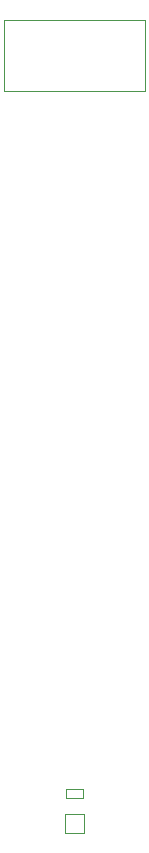
<source format=gbr>
%TF.GenerationSoftware,Altium Limited,Altium Designer,23.3.1 (30)*%
G04 Layer_Color=32768*
%FSLAX26Y26*%
%MOIN*%
%TF.SameCoordinates,8EB50123-24BD-4293-BAC2-458A60E0733E*%
%TF.FilePolarity,Positive*%
%TF.FileFunction,Other,Top_Assembly*%
%TF.Part,Single*%
G01*
G75*
%TA.AperFunction,NonConductor*%
%ADD28C,0.000394*%
%ADD29C,0.000787*%
D28*
X-31496Y-31496D02*
Y31496D01*
X31496Y-31496D02*
Y31496D01*
X-31496Y-31496D02*
X31496D01*
X-31496Y31496D02*
X31496D01*
X236220Y2440945D02*
Y2677165D01*
X-236220Y2440945D02*
Y2677165D01*
Y2440945D02*
X236220D01*
X-236220Y2677165D02*
X236220D01*
D29*
X-29528Y113189D02*
X29528D01*
X-29528Y83661D02*
X29528D01*
X-29528D02*
Y113189D01*
X29528Y83661D02*
Y113189D01*
%TF.MD5,aeebb62398e417eda2a8ee118132b496*%
M02*

</source>
